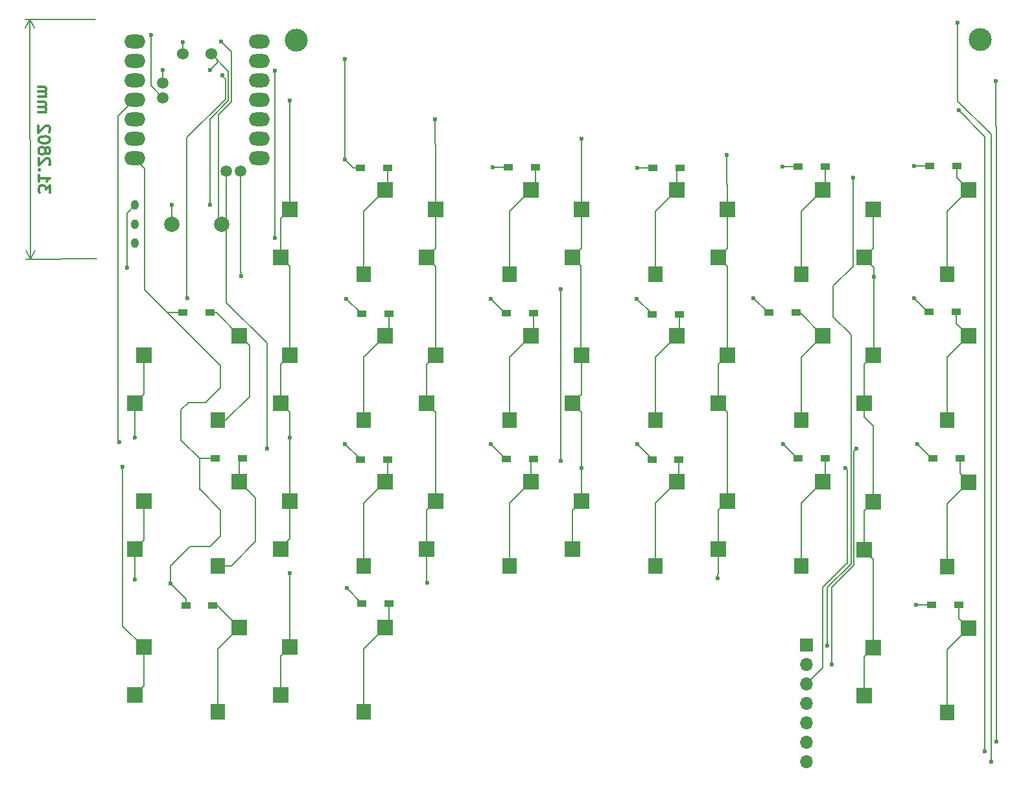
<source format=gbr>
%TF.GenerationSoftware,KiCad,Pcbnew,8.0.7*%
%TF.CreationDate,2025-05-03T19:39:34+09:00*%
%TF.ProjectId,cool642tb_R_with_tb,636f6f6c-3634-4327-9462-5f525f776974,rev?*%
%TF.SameCoordinates,Original*%
%TF.FileFunction,Copper,L2,Bot*%
%TF.FilePolarity,Positive*%
%FSLAX46Y46*%
G04 Gerber Fmt 4.6, Leading zero omitted, Abs format (unit mm)*
G04 Created by KiCad (PCBNEW 8.0.7) date 2025-05-03 19:39:34*
%MOMM*%
%LPD*%
G01*
G04 APERTURE LIST*
%ADD10C,0.300000*%
%TA.AperFunction,NonConductor*%
%ADD11C,0.300000*%
%TD*%
%TA.AperFunction,NonConductor*%
%ADD12C,0.200000*%
%TD*%
%TA.AperFunction,SMDPad,CuDef*%
%ADD13R,1.300000X0.950000*%
%TD*%
%TA.AperFunction,SMDPad,CuDef*%
%ADD14R,2.000000X2.000000*%
%TD*%
%TA.AperFunction,SMDPad,CuDef*%
%ADD15R,1.900000X2.000000*%
%TD*%
%TA.AperFunction,ComponentPad*%
%ADD16O,1.000000X1.300000*%
%TD*%
%TA.AperFunction,ComponentPad*%
%ADD17O,2.750000X1.800000*%
%TD*%
%TA.AperFunction,ComponentPad*%
%ADD18C,1.500000*%
%TD*%
%TA.AperFunction,ComponentPad*%
%ADD19C,1.524000*%
%TD*%
%TA.AperFunction,ComponentPad*%
%ADD20R,1.700000X1.700000*%
%TD*%
%TA.AperFunction,ComponentPad*%
%ADD21O,1.700000X1.700000*%
%TD*%
%TA.AperFunction,ComponentPad*%
%ADD22C,3.000000*%
%TD*%
%TA.AperFunction,ComponentPad*%
%ADD23C,2.000000*%
%TD*%
%TA.AperFunction,ViaPad*%
%ADD24C,0.600000*%
%TD*%
%TA.AperFunction,Conductor*%
%ADD25C,0.200000*%
%TD*%
G04 APERTURE END LIST*
D10*
D11*
X-38166205Y4719293D02*
X-38169173Y5647859D01*
X-38169173Y5647859D02*
X-38739001Y5146035D01*
X-38739001Y5146035D02*
X-38739686Y5360320D01*
X-38739686Y5360320D02*
X-38811571Y5502948D01*
X-38811571Y5502948D02*
X-38883227Y5574148D01*
X-38883227Y5574148D02*
X-39026312Y5645119D01*
X-39026312Y5645119D02*
X-39383453Y5643978D01*
X-39383453Y5643978D02*
X-39526081Y5572093D01*
X-39526081Y5572093D02*
X-39597281Y5500436D01*
X-39597281Y5500436D02*
X-39668252Y5357351D01*
X-39668252Y5357351D02*
X-39666882Y4928782D01*
X-39666882Y4928782D02*
X-39594997Y4786154D01*
X-39594997Y4786154D02*
X-39523341Y4714954D01*
X-39673733Y7071628D02*
X-39670993Y6214489D01*
X-39672363Y6643059D02*
X-38172370Y6647854D01*
X-38172370Y6647854D02*
X-38386198Y6504312D01*
X-38386198Y6504312D02*
X-38528598Y6360999D01*
X-38528598Y6360999D02*
X-38599569Y6217915D01*
X-39532932Y7714938D02*
X-39604588Y7786138D01*
X-39604588Y7786138D02*
X-39675788Y7714481D01*
X-39675788Y7714481D02*
X-39604131Y7643281D01*
X-39604131Y7643281D02*
X-39532932Y7714938D01*
X-39532932Y7714938D02*
X-39675788Y7714481D01*
X-38320707Y8361674D02*
X-38249507Y8433331D01*
X-38249507Y8433331D02*
X-38178536Y8576415D01*
X-38178536Y8576415D02*
X-38179678Y8933556D01*
X-38179678Y8933556D02*
X-38251562Y9076184D01*
X-38251562Y9076184D02*
X-38323219Y9147384D01*
X-38323219Y9147384D02*
X-38466304Y9218356D01*
X-38466304Y9218356D02*
X-38609160Y9217899D01*
X-38609160Y9217899D02*
X-38823216Y9145786D01*
X-38823216Y9145786D02*
X-39677615Y8285907D01*
X-39677615Y8285907D02*
X-39680583Y9214474D01*
X-38826185Y10074352D02*
X-38754300Y9931724D01*
X-38754300Y9931724D02*
X-38682644Y9860524D01*
X-38682644Y9860524D02*
X-38539559Y9789553D01*
X-38539559Y9789553D02*
X-38468131Y9789781D01*
X-38468131Y9789781D02*
X-38325503Y9861666D01*
X-38325503Y9861666D02*
X-38254303Y9933323D01*
X-38254303Y9933323D02*
X-38183331Y10076407D01*
X-38183331Y10076407D02*
X-38184245Y10362120D01*
X-38184245Y10362120D02*
X-38256130Y10504748D01*
X-38256130Y10504748D02*
X-38327786Y10575948D01*
X-38327786Y10575948D02*
X-38470871Y10646920D01*
X-38470871Y10646920D02*
X-38542299Y10646691D01*
X-38542299Y10646691D02*
X-38684927Y10574806D01*
X-38684927Y10574806D02*
X-38756127Y10503150D01*
X-38756127Y10503150D02*
X-38827098Y10360065D01*
X-38827098Y10360065D02*
X-38826185Y10074352D01*
X-38826185Y10074352D02*
X-38897157Y9931267D01*
X-38897157Y9931267D02*
X-38968356Y9859611D01*
X-38968356Y9859611D02*
X-39110984Y9787726D01*
X-39110984Y9787726D02*
X-39396697Y9786812D01*
X-39396697Y9786812D02*
X-39539782Y9857784D01*
X-39539782Y9857784D02*
X-39611439Y9928984D01*
X-39611439Y9928984D02*
X-39683324Y10071612D01*
X-39683324Y10071612D02*
X-39684237Y10357325D01*
X-39684237Y10357325D02*
X-39613265Y10500409D01*
X-39613265Y10500409D02*
X-39542066Y10572066D01*
X-39542066Y10572066D02*
X-39399438Y10643951D01*
X-39399438Y10643951D02*
X-39113725Y10644864D01*
X-39113725Y10644864D02*
X-38970640Y10573893D01*
X-38970640Y10573893D02*
X-38898983Y10502693D01*
X-38898983Y10502693D02*
X-38827098Y10360065D01*
X-38188127Y11576399D02*
X-38188583Y11719256D01*
X-38188583Y11719256D02*
X-38260468Y11861884D01*
X-38260468Y11861884D02*
X-38332125Y11933084D01*
X-38332125Y11933084D02*
X-38475210Y12004055D01*
X-38475210Y12004055D02*
X-38761151Y12074570D01*
X-38761151Y12074570D02*
X-39118292Y12073428D01*
X-39118292Y12073428D02*
X-39403776Y12001086D01*
X-39403776Y12001086D02*
X-39546404Y11929202D01*
X-39546404Y11929202D02*
X-39617604Y11857545D01*
X-39617604Y11857545D02*
X-39688576Y11714460D01*
X-39688576Y11714460D02*
X-39688119Y11571604D01*
X-39688119Y11571604D02*
X-39616234Y11428976D01*
X-39616234Y11428976D02*
X-39544577Y11357776D01*
X-39544577Y11357776D02*
X-39401493Y11286804D01*
X-39401493Y11286804D02*
X-39115551Y11216290D01*
X-39115551Y11216290D02*
X-38758410Y11217431D01*
X-38758410Y11217431D02*
X-38472926Y11289773D01*
X-38472926Y11289773D02*
X-38330298Y11361658D01*
X-38330298Y11361658D02*
X-38259098Y11433314D01*
X-38259098Y11433314D02*
X-38188127Y11576399D01*
X-38334408Y12647365D02*
X-38263208Y12719022D01*
X-38263208Y12719022D02*
X-38192237Y12862106D01*
X-38192237Y12862106D02*
X-38193379Y13219248D01*
X-38193379Y13219248D02*
X-38265264Y13361876D01*
X-38265264Y13361876D02*
X-38336920Y13433075D01*
X-38336920Y13433075D02*
X-38480005Y13504047D01*
X-38480005Y13504047D02*
X-38622861Y13503590D01*
X-38622861Y13503590D02*
X-38836918Y13431477D01*
X-38836918Y13431477D02*
X-39691316Y12571598D01*
X-39691316Y12571598D02*
X-39694284Y13500165D01*
X-39699993Y15285870D02*
X-38699998Y15289066D01*
X-38842855Y15288610D02*
X-38771655Y15360266D01*
X-38771655Y15360266D02*
X-38700683Y15503351D01*
X-38700683Y15503351D02*
X-38701368Y15717636D01*
X-38701368Y15717636D02*
X-38773253Y15860264D01*
X-38773253Y15860264D02*
X-38916338Y15931235D01*
X-38916338Y15931235D02*
X-39702048Y15928723D01*
X-38916338Y15931235D02*
X-38773710Y16003120D01*
X-38773710Y16003120D02*
X-38702738Y16146205D01*
X-38702738Y16146205D02*
X-38703424Y16360490D01*
X-38703424Y16360490D02*
X-38775308Y16503118D01*
X-38775308Y16503118D02*
X-38918393Y16574089D01*
X-38918393Y16574089D02*
X-39704103Y16571577D01*
X-39706387Y17285859D02*
X-38706392Y17289056D01*
X-38849249Y17288600D02*
X-38778049Y17360256D01*
X-38778049Y17360256D02*
X-38707077Y17503341D01*
X-38707077Y17503341D02*
X-38707762Y17717625D01*
X-38707762Y17717625D02*
X-38779647Y17860254D01*
X-38779647Y17860254D02*
X-38922732Y17931225D01*
X-38922732Y17931225D02*
X-39708442Y17928713D01*
X-38922732Y17931225D02*
X-38780104Y18003110D01*
X-38780104Y18003110D02*
X-38709132Y18146195D01*
X-38709132Y18146195D02*
X-38709817Y18360479D01*
X-38709817Y18360479D02*
X-38781702Y18503107D01*
X-38781702Y18503107D02*
X-38924787Y18574079D01*
X-38924787Y18574079D02*
X-39710497Y18571567D01*
D12*
X-32249997Y27378402D02*
X-41446659Y27349001D01*
X-32149997Y-3901598D02*
X-41346659Y-3930999D01*
X-40860242Y27350875D02*
X-40760242Y-3929125D01*
X-40860242Y27350875D02*
X-40760242Y-3929125D01*
X-40860242Y27350875D02*
X-40270223Y26226252D01*
X-40860242Y27350875D02*
X-41443058Y26222502D01*
X-40760242Y-3929125D02*
X-41350261Y-2804502D01*
X-40760242Y-3929125D02*
X-40177426Y-2800752D01*
D13*
%TO.P,D7,1,K*%
%TO.N,Row2*%
X21375000Y-30010000D03*
%TO.P,D7,2,A*%
%TO.N,Net-(D7-A)*%
X24925000Y-30010000D03*
%TD*%
%TO.P,D11,1,K*%
%TO.N,Row2*%
X40405000Y-30100000D03*
%TO.P,D11,2,A*%
%TO.N,Net-(D11-A)*%
X43955000Y-30100000D03*
%TD*%
D14*
%TO.P,SW1,1,1*%
%TO.N,Col0*%
X-8100000Y-3700000D03*
X-6900000Y2540000D03*
D15*
%TO.P,SW1,2,2*%
%TO.N,Net-(D1-A)*%
X2800000Y-5900000D03*
D14*
X5600000Y5080000D03*
%TD*%
D13*
%TO.P,D20,1,K*%
%TO.N,Row3*%
X76935000Y-49060000D03*
%TO.P,D20,2,A*%
%TO.N,Net-(D20-A)*%
X80485000Y-49060000D03*
%TD*%
D14*
%TO.P,SW8,1,1*%
%TO.N,Col1*%
X-27150000Y-41800000D03*
X-25950000Y-35560000D03*
D15*
%TO.P,SW8,2,2*%
%TO.N,Net-(D8-A)*%
X-16250000Y-44000000D03*
D14*
X-13450000Y-33020000D03*
%TD*%
D13*
%TO.P,D13,1,K*%
%TO.N,Row0*%
X59535000Y8140000D03*
%TO.P,D13,2,A*%
%TO.N,Net-(D13-A)*%
X63085000Y8140000D03*
%TD*%
D14*
%TO.P,SW15,1,1*%
%TO.N,Col3*%
X49050000Y-41800000D03*
X50250000Y-35560000D03*
D15*
%TO.P,SW15,2,2*%
%TO.N,Net-(D15-A)*%
X59950000Y-44000000D03*
D14*
X62750000Y-33020000D03*
%TD*%
%TO.P,SW16,1,1*%
%TO.N,Col3*%
X-8100000Y-60850000D03*
X-6900000Y-54610000D03*
D15*
%TO.P,SW16,2,2*%
%TO.N,Net-(D16-A)*%
X2800000Y-63050000D03*
D14*
X5600000Y-52070000D03*
%TD*%
D16*
%TO.P,SW21,1,A*%
%TO.N,unconnected-(SW21-A-Pad1)*%
X-27100000Y-1890000D03*
%TO.P,SW21,2,B*%
%TO.N,Net-(BT1--)*%
X-27100000Y610000D03*
%TO.P,SW21,3,C*%
%TO.N,GND*%
X-27100000Y3110000D03*
%TD*%
D14*
%TO.P,SW13,1,1*%
%TO.N,Col3*%
X49050000Y-3700000D03*
X50250000Y2540000D03*
D15*
%TO.P,SW13,2,2*%
%TO.N,Net-(D13-A)*%
X59950000Y-5900000D03*
D14*
X62750000Y5080000D03*
%TD*%
D13*
%TO.P,D15,1,K*%
%TO.N,Row2*%
X59535000Y-29950000D03*
%TO.P,D15,2,A*%
%TO.N,Net-(D15-A)*%
X63085000Y-29950000D03*
%TD*%
%TO.P,D1,1,K*%
%TO.N,Row0*%
X2385000Y8000000D03*
%TO.P,D1,2,A*%
%TO.N,Net-(D1-A)*%
X5935000Y8000000D03*
%TD*%
%TO.P,D9,1,K*%
%TO.N,Row0*%
X40525000Y8000000D03*
%TO.P,D9,2,A*%
%TO.N,Net-(D9-A)*%
X44075000Y8000000D03*
%TD*%
%TO.P,D17,1,K*%
%TO.N,Row0*%
X76665000Y8180000D03*
%TO.P,D17,2,A*%
%TO.N,Net-(D17-A)*%
X80215000Y8180000D03*
%TD*%
%TO.P,D4,1,K*%
%TO.N,Row3*%
X-20815000Y-10950000D03*
%TO.P,D4,2,A*%
%TO.N,Net-(D4-A)*%
X-17265000Y-10950000D03*
%TD*%
%TO.P,D16,1,K*%
%TO.N,Row3*%
X2555000Y-48970000D03*
%TO.P,D16,2,A*%
%TO.N,Net-(D16-A)*%
X6105000Y-48970000D03*
%TD*%
D14*
%TO.P,SW17,1,1*%
%TO.N,Col4*%
X68100000Y-3700000D03*
X69300000Y2540000D03*
D15*
%TO.P,SW17,2,2*%
%TO.N,Net-(D17-A)*%
X79000000Y-5900000D03*
D14*
X81800000Y5080000D03*
%TD*%
D13*
%TO.P,D3,1,K*%
%TO.N,Row2*%
X2330000Y-30130000D03*
%TO.P,D3,2,A*%
%TO.N,Net-(D3-A)*%
X5880000Y-30130000D03*
%TD*%
%TO.P,D19,1,K*%
%TO.N,Row2*%
X77080000Y-29940000D03*
%TO.P,D19,2,A*%
%TO.N,Net-(D19-A)*%
X80630000Y-29940000D03*
%TD*%
D14*
%TO.P,SW11,1,1*%
%TO.N,Col2*%
X30000000Y-41800000D03*
X31200000Y-35560000D03*
D15*
%TO.P,SW11,2,2*%
%TO.N,Net-(D11-A)*%
X40900000Y-44000000D03*
D14*
X43700000Y-33020000D03*
%TD*%
%TO.P,SW12,1,1*%
%TO.N,Col2*%
X-27150000Y-60850000D03*
X-25950000Y-54610000D03*
D15*
%TO.P,SW12,2,2*%
%TO.N,Net-(D12-A)*%
X-16250000Y-63050000D03*
D14*
X-13450000Y-52070000D03*
%TD*%
%TO.P,SW19,1,1*%
%TO.N,Col4*%
X68100000Y-41900000D03*
X69300000Y-35660000D03*
D15*
%TO.P,SW19,2,2*%
%TO.N,Net-(D19-A)*%
X79000000Y-44100000D03*
D14*
X81800000Y-33120000D03*
%TD*%
%TO.P,SW20,1,1*%
%TO.N,Col4*%
X68100000Y-60950000D03*
X69300000Y-54710000D03*
D15*
%TO.P,SW20,2,2*%
%TO.N,Net-(D20-A)*%
X79000000Y-63150000D03*
D14*
X81800000Y-52170000D03*
%TD*%
%TO.P,SW3,1,1*%
%TO.N,Col0*%
X-8100000Y-41800000D03*
X-6900000Y-35560000D03*
D15*
%TO.P,SW3,2,2*%
%TO.N,Net-(D3-A)*%
X2800000Y-44000000D03*
D14*
X5600000Y-33020000D03*
%TD*%
D13*
%TO.P,D10,1,K*%
%TO.N,Row1*%
X40465000Y-11150000D03*
%TO.P,D10,2,A*%
%TO.N,Net-(D10-A)*%
X44015000Y-11150000D03*
%TD*%
D14*
%TO.P,SW7,1,1*%
%TO.N,Col1*%
X10950000Y-41800000D03*
X12150000Y-35560000D03*
D15*
%TO.P,SW7,2,2*%
%TO.N,Net-(D7-A)*%
X21850000Y-44000000D03*
D14*
X24650000Y-33020000D03*
%TD*%
%TO.P,SW10,1,1*%
%TO.N,Col2*%
X30000000Y-22750000D03*
X31200000Y-16510000D03*
D15*
%TO.P,SW10,2,2*%
%TO.N,Net-(D10-A)*%
X40900000Y-24950000D03*
D14*
X43700000Y-13970000D03*
%TD*%
D17*
%TO.P,U1,1,P0.02_A0_D0*%
%TO.N,MOTION*%
X-27110000Y24450000D03*
%TO.P,U1,2,P0.03_A1_D1*%
%TO.N,Row0*%
X-27110000Y21910000D03*
%TO.P,U1,3,P0.28_A2_D2*%
%TO.N,Row1*%
X-27110000Y19370000D03*
%TO.P,U1,4,P0.29_A3_D3*%
%TO.N,Row2*%
X-27110000Y16830000D03*
%TO.P,U1,5,P0.04_A4_D4_SDA*%
%TO.N,SDIO*%
X-27110000Y14290000D03*
%TO.P,U1,6,P0.05_A5_D5_SCL*%
%TO.N,SCLK*%
X-27110000Y11750000D03*
%TO.P,U1,7,P1.11_D6_TX*%
%TO.N,Row3*%
X-27110000Y9210000D03*
%TO.P,U1,8,P1.12_D7_RX*%
%TO.N,Col3*%
X-10870000Y9210000D03*
%TO.P,U1,9,P1.13_D8_SCK*%
%TO.N,Col2*%
X-10870000Y11750000D03*
%TO.P,U1,10,P1.14_D9_MISO*%
%TO.N,Col1*%
X-10870000Y14290000D03*
%TO.P,U1,11,P1.15_D10_MOSI*%
%TO.N,Col0*%
X-10870000Y16830000D03*
%TO.P,U1,12,3V3*%
%TO.N,3.3V*%
X-10870000Y19370000D03*
%TO.P,U1,13,GND*%
%TO.N,GND*%
X-10870000Y21910000D03*
%TO.P,U1,14,5V*%
%TO.N,VCC*%
X-10870000Y24450000D03*
D18*
%TO.P,U1,15,NFC1_0.09*%
%TO.N,unconnected-(U1-NFC1_0.09-Pad15)*%
X-15154600Y7518000D03*
%TO.P,U1,16,NFC2_0.10*%
%TO.N,unconnected-(U1-NFC2_0.10-Pad16)*%
X-13275000Y7518000D03*
%TO.P,U1,20,BATT+*%
%TO.N,Bat*%
X-23435000Y17147000D03*
%TO.P,U1,21,BATT-*%
%TO.N,GND*%
X-23435000Y19052000D03*
D19*
%TO.P,U1,22,RST*%
%TO.N,RST*%
X-20870000Y22900000D03*
%TO.P,U1,23,GND*%
%TO.N,GND*%
X-17150000Y22840000D03*
%TD*%
D13*
%TO.P,D2,1,K*%
%TO.N,Row1*%
X2535000Y-11080000D03*
%TO.P,D2,2,A*%
%TO.N,Net-(D2-A)*%
X6085000Y-11080000D03*
%TD*%
D20*
%TO.P,J1,1,SCLK*%
%TO.N,SCLK*%
X60590000Y-54350000D03*
D21*
%TO.P,J1,2,nCS*%
%TO.N,CS*%
X60590000Y-56890000D03*
%TO.P,J1,3,GND*%
%TO.N,GND*%
X60590000Y-59430000D03*
%TO.P,J1,4,Vin*%
%TO.N,3.3V*%
X60590000Y-61970000D03*
%TO.P,J1,5,nc*%
%TO.N,unconnected-(J1-nc-Pad5)*%
X60590000Y-64510000D03*
%TO.P,J1,6,SDIO*%
%TO.N,SDIO*%
X60590000Y-67050000D03*
%TO.P,J1,7,MOTION*%
%TO.N,MOTION*%
X60590000Y-69590000D03*
%TD*%
D13*
%TO.P,D6,1,K*%
%TO.N,Row1*%
X21375000Y-10980000D03*
%TO.P,D6,2,A*%
%TO.N,Net-(D6-A)*%
X24925000Y-10980000D03*
%TD*%
D14*
%TO.P,SW5,1,1*%
%TO.N,Col1*%
X10950000Y-3700000D03*
X12150000Y2540000D03*
D15*
%TO.P,SW5,2,2*%
%TO.N,Net-(D5-A)*%
X21850000Y-5900000D03*
D14*
X24650000Y5080000D03*
%TD*%
%TO.P,SW6,1,1*%
%TO.N,Col1*%
X10950000Y-22750000D03*
X12150000Y-16510000D03*
D15*
%TO.P,SW6,2,2*%
%TO.N,Net-(D6-A)*%
X21850000Y-24950000D03*
D14*
X24650000Y-13970000D03*
%TD*%
%TO.P,SW9,1,1*%
%TO.N,Col2*%
X30000000Y-3700000D03*
X31200000Y2540000D03*
D15*
%TO.P,SW9,2,2*%
%TO.N,Net-(D9-A)*%
X40900000Y-5900000D03*
D14*
X43700000Y5080000D03*
%TD*%
%TO.P,SW4,1,1*%
%TO.N,Col0*%
X-27150000Y-22750000D03*
X-25950000Y-16510000D03*
D15*
%TO.P,SW4,2,2*%
%TO.N,Net-(D4-A)*%
X-16250000Y-24950000D03*
D14*
X-13450000Y-13970000D03*
%TD*%
D13*
%TO.P,D8,1,K*%
%TO.N,Row3*%
X-16645000Y-29980000D03*
%TO.P,D8,2,A*%
%TO.N,Net-(D8-A)*%
X-13095000Y-29980000D03*
%TD*%
D22*
%TO.P,BT1,1,+*%
%TO.N,Bat*%
X-6020000Y24670000D03*
%TO.P,BT1,2,-*%
%TO.N,Net-(BT1--)*%
X83250000Y24710000D03*
%TD*%
D13*
%TO.P,D14,1,K*%
%TO.N,Row1*%
X55715000Y-10930000D03*
%TO.P,D14,2,A*%
%TO.N,Net-(D14-A)*%
X59265000Y-10930000D03*
%TD*%
%TO.P,D12,1,K*%
%TO.N,Row3*%
X-20465000Y-49140000D03*
%TO.P,D12,2,A*%
%TO.N,Net-(D12-A)*%
X-16915000Y-49140000D03*
%TD*%
%TO.P,D5,1,K*%
%TO.N,Row0*%
X21635000Y8040000D03*
%TO.P,D5,2,A*%
%TO.N,Net-(D5-A)*%
X25185000Y8040000D03*
%TD*%
D23*
%TO.P,SW22,1,1*%
%TO.N,RST*%
X-15770000Y580000D03*
%TO.P,SW22,2,2*%
%TO.N,GND*%
X-22270000Y580000D03*
%TD*%
D14*
%TO.P,SW2,1,1*%
%TO.N,Col0*%
X-8100000Y-22750000D03*
X-6900000Y-16510000D03*
D15*
%TO.P,SW2,2,2*%
%TO.N,Net-(D2-A)*%
X2800000Y-24950000D03*
D14*
X5600000Y-13970000D03*
%TD*%
%TO.P,SW18,1,1*%
%TO.N,Col4*%
X68100000Y-22750000D03*
X69300000Y-16510000D03*
D15*
%TO.P,SW18,2,2*%
%TO.N,Net-(D18-A)*%
X79000000Y-24950000D03*
D14*
X81800000Y-13970000D03*
%TD*%
%TO.P,SW14,1,1*%
%TO.N,Col3*%
X49050000Y-22750000D03*
X50250000Y-16510000D03*
D15*
%TO.P,SW14,2,2*%
%TO.N,Net-(D14-A)*%
X59950000Y-24950000D03*
D14*
X62750000Y-13970000D03*
%TD*%
D13*
%TO.P,D18,1,K*%
%TO.N,Row1*%
X76635000Y-10860000D03*
%TO.P,D18,2,A*%
%TO.N,Net-(D18-A)*%
X80185000Y-10860000D03*
%TD*%
D24*
%TO.N,Row1*%
X-15670000Y20070000D03*
%TO.N,SCLK*%
X66680000Y6730000D03*
%TO.N,Bat*%
X-25040000Y25320000D03*
%TO.N,Row0*%
X38490000Y8000000D03*
X350000Y9090000D03*
X340000Y22200000D03*
X19600000Y8040000D03*
X57500000Y8140000D03*
X74630000Y8180000D03*
%TO.N,Row1*%
X-20270000Y-9070000D03*
X53670000Y-9040000D03*
X510000Y-9100000D03*
X38450000Y-9100000D03*
X19340000Y-9100000D03*
X74640000Y-9080000D03*
%TO.N,Row2*%
X340000Y-28070000D03*
X75040000Y-28070000D03*
X38470000Y-28070000D03*
X19360000Y-28070000D03*
X57530000Y-28070000D03*
X-29120000Y-27840000D03*
%TO.N,Row3*%
X560000Y-46930000D03*
X74900000Y-49060000D03*
X-22450000Y-46340000D03*
%TO.N,GND*%
X65680000Y-31230000D03*
X-17320000Y3110000D03*
X28480000Y-7840000D03*
X-28160000Y-5070000D03*
X-23435000Y20740000D03*
X28470000Y-30300000D03*
X-22270000Y3110000D03*
X-17320000Y20740000D03*
%TO.N,CS*%
X63910000Y-56860000D03*
X67120000Y-28720000D03*
X-9850000Y-28700000D03*
%TO.N,SCLK*%
X63310000Y-54390000D03*
%TO.N,MOTION*%
X84690000Y-69590000D03*
X80300000Y26940000D03*
%TO.N,3.3V*%
X85370000Y-66960000D03*
X85350000Y19300000D03*
%TO.N,SDIO*%
X80500000Y15480000D03*
X83920000Y-68240000D03*
%TO.N,Col0*%
X-27130000Y-27240000D03*
X-6880000Y16760000D03*
X-6900000Y-27240000D03*
%TO.N,Col1*%
X12090000Y14290000D03*
X-27100000Y-45810000D03*
X11050000Y-46230000D03*
%TO.N,Col2*%
X-28700000Y-31100000D03*
X31210000Y11780000D03*
X31200000Y-31240000D03*
%TO.N,Col3*%
X-6850000Y-44940000D03*
X50220000Y9660000D03*
X49020000Y-45640000D03*
%TO.N,Col4*%
X-13270000Y-6160000D03*
X69430000Y-6240000D03*
%TO.N,Net-(BT1--)*%
X-8850000Y-1210000D03*
X-8850000Y20640000D03*
%TO.N,RST*%
X-15850000Y24470000D03*
X-20840000Y24430000D03*
%TD*%
D25*
%TO.N,Row1*%
X-15670000Y20070000D02*
X-15670000Y19910000D01*
X-15290000Y16941372D02*
X-20310000Y11921372D01*
X-15290000Y19530000D02*
X-15290000Y16941372D01*
X-15670000Y19910000D02*
X-15290000Y19530000D01*
X-20310000Y8310000D02*
X-20310000Y-9030000D01*
X-20310000Y11921372D02*
X-20310000Y8310000D01*
%TO.N,GND*%
X-14890000Y20580000D02*
X-14890000Y16775686D01*
X-17150000Y22840000D02*
X-14890000Y20580000D01*
X-17320000Y3110000D02*
X-17320000Y8980000D01*
X-17320000Y14345686D02*
X-17320000Y8980000D01*
X-14890000Y16775686D02*
X-17320000Y14345686D01*
%TO.N,RST*%
X-15850000Y24470000D02*
X-14490000Y23110000D01*
X-16204600Y14895400D02*
X-16204600Y1014600D01*
X-14490000Y23110000D02*
X-14490000Y16610000D01*
X-14490000Y16610000D02*
X-16204600Y14895400D01*
X-16204600Y1014600D02*
X-15770000Y580000D01*
%TO.N,SCLK*%
X66680000Y-4910000D02*
X66680000Y6730000D01*
%TO.N,Bat*%
X-23435000Y17147000D02*
X-25040000Y18752000D01*
X-25040000Y18752000D02*
X-25040000Y19330000D01*
X-25040000Y25320000D02*
X-25040000Y19330000D01*
%TO.N,Net-(D1-A)*%
X5600000Y5080000D02*
X2800000Y2280000D01*
X5935000Y8000000D02*
X5935000Y5415000D01*
X2800000Y2280000D02*
X2800000Y-5900000D01*
X5935000Y5415000D02*
X5600000Y5080000D01*
%TO.N,Row0*%
X350000Y9090000D02*
X350000Y9190000D01*
X1440000Y8000000D02*
X350000Y9090000D01*
X19600000Y8040000D02*
X21635000Y8040000D01*
X57500000Y8140000D02*
X59535000Y8140000D01*
X340000Y22200000D02*
X350000Y22190000D01*
X74630000Y8180000D02*
X76665000Y8180000D01*
X2385000Y8000000D02*
X1440000Y8000000D01*
X38490000Y8000000D02*
X40525000Y8000000D01*
X350000Y22190000D02*
X350000Y9190000D01*
%TO.N,Net-(D2-A)*%
X6085000Y-11080000D02*
X6085000Y-13485000D01*
X6085000Y-13485000D02*
X5600000Y-13970000D01*
X5600000Y-13970000D02*
X2800000Y-16770000D01*
X2800000Y-16770000D02*
X2800000Y-24950000D01*
%TO.N,Row1*%
X40465000Y-11115000D02*
X38450000Y-9100000D01*
X2490000Y-11080000D02*
X510000Y-9100000D01*
X55560000Y-10930000D02*
X53670000Y-9040000D01*
X21220000Y-10980000D02*
X19340000Y-9100000D01*
X-20310000Y-9030000D02*
X-20270000Y-9070000D01*
X76420000Y-10860000D02*
X74640000Y-9080000D01*
X55715000Y-10930000D02*
X55560000Y-10930000D01*
X76635000Y-10860000D02*
X76420000Y-10860000D01*
X21375000Y-10980000D02*
X21220000Y-10980000D01*
X2535000Y-11080000D02*
X2490000Y-11080000D01*
X40465000Y-11150000D02*
X40465000Y-11115000D01*
%TO.N,Net-(D3-A)*%
X5880000Y-30130000D02*
X5880000Y-32740000D01*
X5600000Y-33020000D02*
X2800000Y-35820000D01*
X5880000Y-32740000D02*
X5600000Y-33020000D01*
X2800000Y-35820000D02*
X2800000Y-44000000D01*
%TO.N,Row2*%
X77080000Y-29940000D02*
X76910000Y-29940000D01*
X59535000Y-29950000D02*
X59410000Y-29950000D01*
X59410000Y-29950000D02*
X57530000Y-28070000D01*
X21375000Y-30010000D02*
X21300000Y-30010000D01*
X2330000Y-30130000D02*
X2330000Y-30060000D01*
X-29295000Y-27665000D02*
X-29120000Y-27840000D01*
X-27120000Y16810000D02*
X-27252056Y16810000D01*
X40405000Y-30005000D02*
X38470000Y-28070000D01*
X-29265000Y-27695000D02*
X-29120000Y-27840000D01*
X-29295000Y14767056D02*
X-29295000Y-27665000D01*
X-27252056Y16810000D02*
X-29295000Y14767056D01*
X2330000Y-30060000D02*
X340000Y-28070000D01*
X40405000Y-30100000D02*
X40405000Y-30005000D01*
X21300000Y-30010000D02*
X19360000Y-28070000D01*
X76910000Y-29940000D02*
X75040000Y-28070000D01*
%TO.N,Net-(D4-A)*%
X-12160000Y-15260000D02*
X-12160000Y-21880000D01*
X-13450000Y-13970000D02*
X-12160000Y-15260000D01*
X-17265000Y-10950000D02*
X-16470000Y-10950000D01*
X-12160000Y-21880000D02*
X-15230000Y-24950000D01*
X-15230000Y-24950000D02*
X-16250000Y-24950000D01*
X-16470000Y-10950000D02*
X-13450000Y-13970000D01*
%TO.N,Row3*%
X-22450000Y-46340000D02*
X-22450000Y-43990000D01*
X-22450000Y-43990000D02*
X-19960000Y-41500000D01*
X-21080000Y-27580000D02*
X-18680000Y-29980000D01*
X-19960000Y-41500000D02*
X-17300000Y-41500000D01*
X-18596955Y-34053045D02*
X-18680000Y-34053045D01*
X-21080000Y-23650000D02*
X-21080000Y-27580000D01*
X-20070000Y-22640000D02*
X-21080000Y-23650000D01*
X-17880000Y-22640000D02*
X-20070000Y-22640000D01*
X-15940000Y-36710000D02*
X-18596955Y-34053045D01*
X-22850000Y-10950000D02*
X-15950000Y-17850000D01*
X-20815000Y-10950000D02*
X-22850000Y-10950000D01*
X76935000Y-49060000D02*
X74900000Y-49060000D01*
X-15950000Y-17850000D02*
X-15950000Y-20710000D01*
X-17300000Y-41500000D02*
X-15940000Y-40140000D01*
X-15940000Y-40140000D02*
X-15940000Y-36710000D01*
X2555000Y-48970000D02*
X2555000Y-48925000D01*
X-18680000Y-34053045D02*
X-18680000Y-29980000D01*
X-20465000Y-48325000D02*
X-22450000Y-46340000D01*
X-15950000Y-20710000D02*
X-17880000Y-22640000D01*
X-16645000Y-29980000D02*
X-18680000Y-29980000D01*
X-22850000Y-10950000D02*
X-25820000Y-7980000D01*
X-25820000Y7890000D02*
X-27120000Y9190000D01*
X-20465000Y-49140000D02*
X-20465000Y-48325000D01*
X-25820000Y-7980000D02*
X-25820000Y7890000D01*
X2555000Y-48925000D02*
X560000Y-46930000D01*
%TO.N,Net-(D5-A)*%
X25185000Y8040000D02*
X25185000Y5615000D01*
X25185000Y5615000D02*
X24650000Y5080000D01*
X24650000Y5080000D02*
X21850000Y2280000D01*
X21850000Y2280000D02*
X21850000Y-5900000D01*
%TO.N,Net-(D6-A)*%
X24925000Y-13695000D02*
X24650000Y-13970000D01*
X24925000Y-10980000D02*
X24925000Y-13695000D01*
X24650000Y-13970000D02*
X21850000Y-16770000D01*
X21850000Y-16770000D02*
X21850000Y-24950000D01*
%TO.N,Net-(D7-A)*%
X21850000Y-35820000D02*
X24650000Y-33020000D01*
X24925000Y-30115000D02*
X24650000Y-30390000D01*
X24650000Y-30390000D02*
X24650000Y-33020000D01*
X21850000Y-44000000D02*
X21850000Y-35820000D01*
X24925000Y-30010000D02*
X24925000Y-30115000D01*
%TO.N,Net-(D8-A)*%
X-13095000Y-30135000D02*
X-13450000Y-30490000D01*
X-11350000Y-35120000D02*
X-11350000Y-40830000D01*
X-11350000Y-40830000D02*
X-14520000Y-44000000D01*
X-13450000Y-33020000D02*
X-11350000Y-35120000D01*
X-13450000Y-30490000D02*
X-13450000Y-33020000D01*
X-13095000Y-29980000D02*
X-13095000Y-30135000D01*
X-14520000Y-44000000D02*
X-16250000Y-44000000D01*
%TO.N,Net-(D9-A)*%
X44075000Y7925000D02*
X43700000Y7550000D01*
X44075000Y8000000D02*
X44075000Y7925000D01*
X40900000Y2280000D02*
X40900000Y-5900000D01*
X43700000Y7550000D02*
X43700000Y5080000D01*
X43700000Y5080000D02*
X40900000Y2280000D01*
%TO.N,Net-(D10-A)*%
X40900000Y-16770000D02*
X40900000Y-24950000D01*
X44015000Y-13655000D02*
X43700000Y-13970000D01*
X44015000Y-11150000D02*
X44015000Y-13655000D01*
X43700000Y-13970000D02*
X40900000Y-16770000D01*
%TO.N,Net-(D11-A)*%
X43700000Y-33020000D02*
X40900000Y-35820000D01*
X43955000Y-32765000D02*
X43700000Y-33020000D01*
X40900000Y-35820000D02*
X40900000Y-44000000D01*
X43955000Y-30100000D02*
X43955000Y-32765000D01*
%TO.N,Net-(D12-A)*%
X-16380000Y-49140000D02*
X-13450000Y-52070000D01*
X-16915000Y-49140000D02*
X-16380000Y-49140000D01*
X-16250000Y-54870000D02*
X-16250000Y-63050000D01*
X-13450000Y-52070000D02*
X-16250000Y-54870000D01*
%TO.N,Net-(D13-A)*%
X59950000Y2280000D02*
X59950000Y-5900000D01*
X63085000Y5415000D02*
X62750000Y5080000D01*
X62750000Y5080000D02*
X59950000Y2280000D01*
X63085000Y8140000D02*
X63085000Y5415000D01*
%TO.N,Net-(D14-A)*%
X59710000Y-10930000D02*
X62750000Y-13970000D01*
X62750000Y-13970000D02*
X59950000Y-16770000D01*
X59265000Y-10930000D02*
X59710000Y-10930000D01*
X59950000Y-16770000D02*
X59950000Y-24950000D01*
%TO.N,Net-(D15-A)*%
X63085000Y-29950000D02*
X63085000Y-32685000D01*
X63085000Y-32685000D02*
X62750000Y-33020000D01*
X62750000Y-33020000D02*
X59950000Y-35820000D01*
X59950000Y-35820000D02*
X59950000Y-44000000D01*
%TO.N,Net-(D16-A)*%
X2800000Y-54870000D02*
X2800000Y-63050000D01*
X6105000Y-48970000D02*
X6105000Y-51565000D01*
X6105000Y-51565000D02*
X5600000Y-52070000D01*
X5600000Y-52070000D02*
X2800000Y-54870000D01*
%TO.N,Net-(D17-A)*%
X81800000Y5080000D02*
X79000000Y2280000D01*
X79000000Y2280000D02*
X79000000Y-5900000D01*
X80215000Y6665000D02*
X81800000Y5080000D01*
X80215000Y8180000D02*
X80215000Y6665000D01*
%TO.N,Net-(D18-A)*%
X80185000Y-10860000D02*
X80185000Y-12355000D01*
X80185000Y-12355000D02*
X81800000Y-13970000D01*
X79000000Y-16770000D02*
X79000000Y-24950000D01*
X81800000Y-13970000D02*
X79000000Y-16770000D01*
%TO.N,GND*%
X-28160000Y2050000D02*
X-27100000Y3110000D01*
X65890000Y-43672633D02*
X65890000Y-31440000D01*
X-22270000Y580000D02*
X-22270000Y3110000D01*
X62710000Y-57310000D02*
X62710000Y-46852633D01*
X62710000Y-46852633D02*
X65706316Y-43856317D01*
X65706316Y-43856317D02*
X65890000Y-43672633D01*
X-17150000Y22840000D02*
X-16388001Y22078001D01*
X28470000Y-30300000D02*
X28470000Y-7850000D01*
X-16388001Y22078001D02*
X-16388001Y21671999D01*
X-23435000Y19052000D02*
X-23435000Y20740000D01*
X-28160000Y-5070000D02*
X-28160000Y2050000D01*
X28470000Y-7850000D02*
X28480000Y-7840000D01*
X60590000Y-59430000D02*
X62710000Y-57310000D01*
X-16388001Y21671999D02*
X-17320000Y20740000D01*
X65890000Y-31440000D02*
X65680000Y-31230000D01*
%TO.N,CS*%
X63910000Y-46784004D02*
X63910000Y-56860000D01*
X66800000Y-29040000D02*
X67120000Y-28720000D01*
X66162002Y-44532002D02*
X63910000Y-46784004D01*
X66162002Y-44532002D02*
X66800000Y-43894004D01*
X-15154600Y-9604600D02*
X-15158953Y-9608953D01*
X66800000Y-43894004D02*
X66800000Y-29040000D01*
X-9850000Y-14917907D02*
X-9850000Y-28700000D01*
X-15154600Y7518000D02*
X-15154600Y-9604600D01*
X-15158953Y-9608953D02*
X-9850000Y-14917907D01*
%TO.N,SCLK*%
X66400000Y-13780000D02*
X64107467Y-11487467D01*
X63310000Y-46818318D02*
X66400000Y-43728318D01*
X66400000Y-43728318D02*
X66400000Y-13780000D01*
X63310000Y-54390000D02*
X63310000Y-46818318D01*
X64107467Y-7482533D02*
X66680000Y-4910000D01*
X64107467Y-11487467D02*
X64107467Y-7482533D01*
%TO.N,MOTION*%
X84690000Y-69590000D02*
X84690000Y12340000D01*
X80300000Y16730000D02*
X80300000Y26940000D01*
X84690000Y12340000D02*
X80300000Y16730000D01*
%TO.N,3.3V*%
X85380000Y-66950000D02*
X85380000Y13460000D01*
X85370000Y-66960000D02*
X85380000Y-66950000D01*
X85350000Y19300000D02*
X85350000Y13490000D01*
X85350000Y13490000D02*
X85380000Y13460000D01*
%TO.N,SDIO*%
X80500000Y15480000D02*
X83920000Y12060000D01*
X83920000Y12060000D02*
X83920000Y11300000D01*
X83920000Y-68240000D02*
X83920000Y11300000D01*
X-27090000Y14030000D02*
X-27222056Y14030000D01*
%TO.N,Net-(D19-A)*%
X81800000Y-33120000D02*
X79000000Y-35920000D01*
X79000000Y-35920000D02*
X79000000Y-44100000D01*
X80630000Y-31950000D02*
X81800000Y-33120000D01*
X80630000Y-29940000D02*
X80630000Y-31950000D01*
%TO.N,Col0*%
X-6900000Y16740000D02*
X-6880000Y16760000D01*
X-8100000Y-17710000D02*
X-6900000Y-16510000D01*
X-8100000Y1340000D02*
X-6900000Y2540000D01*
X-8100000Y-41690000D02*
X-6900000Y-40490000D01*
X-6900000Y-23950000D02*
X-8100000Y-22750000D01*
X-25950000Y-21550000D02*
X-27150000Y-22750000D01*
X-6900000Y-4900000D02*
X-8100000Y-3700000D01*
X-6900000Y-40490000D02*
X-6900000Y-35560000D01*
X-6900000Y-35560000D02*
X-6900000Y-23950000D01*
X-27150000Y-27220000D02*
X-27130000Y-27240000D01*
X-8100000Y-41800000D02*
X-8100000Y-41690000D01*
X-6900000Y2540000D02*
X-6900000Y16740000D01*
X-8100000Y-22750000D02*
X-8100000Y-17710000D01*
X-25950000Y-16510000D02*
X-25950000Y-21550000D01*
X-8100000Y-3700000D02*
X-8100000Y1340000D01*
X-6900000Y-16510000D02*
X-6900000Y-4900000D01*
X-27150000Y-22750000D02*
X-27150000Y-27220000D01*
%TO.N,Col1*%
X-25950000Y-35560000D02*
X-25950000Y-40600000D01*
X12150000Y-23950000D02*
X10950000Y-22750000D01*
X10950000Y-36760000D02*
X12150000Y-35560000D01*
X12090000Y14290000D02*
X12090000Y11090000D01*
X12150000Y-2500000D02*
X10950000Y-3700000D01*
X10950000Y-17710000D02*
X12150000Y-16510000D01*
X12150000Y11030000D02*
X12150000Y2540000D01*
X-25950000Y-40600000D02*
X-27150000Y-41800000D01*
X12150000Y-35560000D02*
X12150000Y-23950000D01*
X12150000Y-16510000D02*
X12150000Y-4900000D01*
X11050000Y-46230000D02*
X10950000Y-46130000D01*
X12150000Y11080000D02*
X12150000Y2540000D01*
X10950000Y-22750000D02*
X10950000Y-17710000D01*
X10950000Y-46130000D02*
X10950000Y-41800000D01*
X12150000Y-4900000D02*
X10950000Y-3700000D01*
X10950000Y-41800000D02*
X10950000Y-36760000D01*
X12150000Y2540000D02*
X12150000Y-2500000D01*
X-27150000Y-45760000D02*
X-27100000Y-45810000D01*
X12090000Y11090000D02*
X12150000Y11030000D01*
X-27150000Y-41800000D02*
X-27150000Y-45760000D01*
%TO.N,Col2*%
X31200000Y9510000D02*
X31200000Y2540000D01*
X31200000Y-21550000D02*
X30000000Y-22750000D01*
X31120000Y-16430000D02*
X31120000Y-4820000D01*
X31200000Y2540000D02*
X31200000Y-2500000D01*
X31210000Y11780000D02*
X31210000Y9520000D01*
X31120000Y-4820000D02*
X30000000Y-3700000D01*
X-25950000Y-54610000D02*
X-25950000Y-59650000D01*
X31200000Y-31240000D02*
X31200000Y-23950000D01*
X31200000Y-16510000D02*
X31120000Y-16430000D01*
X-25950000Y-59650000D02*
X-27150000Y-60850000D01*
X31200000Y-23950000D02*
X30000000Y-22750000D01*
X31200000Y-35560000D02*
X31200000Y-31240000D01*
X30000000Y-36760000D02*
X31200000Y-35560000D01*
X30000000Y-41800000D02*
X30000000Y-36760000D01*
X-28700000Y-31100000D02*
X-28700000Y-51860000D01*
X31200000Y-16510000D02*
X31200000Y-21550000D01*
X-28700000Y-51860000D02*
X-25950000Y-54610000D01*
X31200000Y-2500000D02*
X30000000Y-3700000D01*
%TO.N,Col3*%
X50250000Y-2500000D02*
X49050000Y-3700000D01*
X50220000Y5840000D02*
X50250000Y5810000D01*
X50250000Y-35560000D02*
X50250000Y-23950000D01*
X50250000Y-16510000D02*
X50250000Y-4900000D01*
X50250000Y-35560000D02*
X49050000Y-36760000D01*
X50250000Y-4900000D02*
X49050000Y-3700000D01*
X49050000Y-36760000D02*
X49050000Y-41800000D01*
X49020000Y-45640000D02*
X49020000Y-45080000D01*
X49050000Y-17710000D02*
X49050000Y-22750000D01*
X-8100000Y-55810000D02*
X-6900000Y-54610000D01*
X50250000Y2540000D02*
X50250000Y-2500000D01*
X50250000Y-16510000D02*
X49050000Y-17710000D01*
X-8100000Y-60850000D02*
X-8100000Y-55810000D01*
X50250000Y5810000D02*
X50250000Y2540000D01*
X-6900000Y-54610000D02*
X-6900000Y-44990000D01*
X49020000Y-45080000D02*
X49050000Y-45050000D01*
X49050000Y-45050000D02*
X49050000Y-41800000D01*
X-6900000Y-44990000D02*
X-6850000Y-44940000D01*
X50220000Y9660000D02*
X50220000Y5840000D01*
X50250000Y-23950000D02*
X49050000Y-22750000D01*
%TO.N,Col4*%
X69330000Y-47902945D02*
X69330000Y-43130000D01*
X69300000Y-47932945D02*
X69330000Y-47902945D01*
X69300000Y-2500000D02*
X68100000Y-3700000D01*
X69330000Y-43130000D02*
X68100000Y-41900000D01*
X-13270000Y-6160000D02*
X-13270000Y-5690000D01*
X69430000Y-16380000D02*
X69430000Y-6240000D01*
X-13270000Y-5690000D02*
X-13275000Y-5685000D01*
X69300000Y-16510000D02*
X69430000Y-16380000D01*
X69430000Y-5030000D02*
X68100000Y-3700000D01*
X68100000Y-36860000D02*
X69300000Y-35660000D01*
X69300000Y-35660000D02*
X69300000Y-25770000D01*
X68100000Y-55910000D02*
X69300000Y-54710000D01*
X-13275000Y7518000D02*
X-13275000Y-5685000D01*
X68100000Y-17710000D02*
X69300000Y-16510000D01*
X69430000Y-6240000D02*
X69430000Y-5030000D01*
X69300000Y2540000D02*
X69300000Y-2500000D01*
X68100000Y-22750000D02*
X68100000Y-17710000D01*
X69300000Y-54710000D02*
X69300000Y-47932945D01*
X68100000Y-41900000D02*
X68100000Y-36860000D01*
X69300000Y-25770000D02*
X68100000Y-24570000D01*
X68100000Y-24570000D02*
X68100000Y-22750000D01*
X68100000Y-60950000D02*
X68100000Y-55910000D01*
%TO.N,Net-(D20-A)*%
X81800000Y-52170000D02*
X79000000Y-54970000D01*
X80485000Y-50855000D02*
X81800000Y-52170000D01*
X80485000Y-49060000D02*
X80485000Y-50855000D01*
X79000000Y-54970000D02*
X79000000Y-63150000D01*
%TO.N,Net-(BT1--)*%
X-8870000Y-1190000D02*
X-8850000Y-1210000D01*
X-8850000Y20640000D02*
X-8870000Y20620000D01*
X-8870000Y20620000D02*
X-8870000Y-1190000D01*
%TO.N,RST*%
X-20840000Y24430000D02*
X-20870000Y24400000D01*
X-20870000Y24400000D02*
X-20870000Y22900000D01*
%TD*%
M02*

</source>
